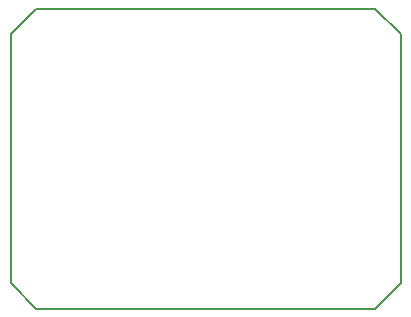
<source format=gko>
G04*
G04 #@! TF.GenerationSoftware,Altium Limited,Altium Designer,23.4.1 (23)*
G04*
G04 Layer_Color=16711935*
%FSLAX25Y25*%
%MOIN*%
G70*
G04*
G04 #@! TF.SameCoordinates,47F6D48D-2594-4982-AAFB-0A648C4F03F0*
G04*
G04*
G04 #@! TF.FilePolarity,Positive*
G04*
G01*
G75*
%ADD13C,0.00600*%
D13*
X163750Y253750D02*
X276750Y253750D01*
X285250Y245250D01*
Y162253D02*
Y245250D01*
X276746Y153749D02*
X285250Y162253D01*
X163749Y153749D02*
X276746D01*
X155250Y162248D02*
X163749Y153749D01*
X155250Y162248D02*
Y245250D01*
X163750Y253750D01*
M02*

</source>
